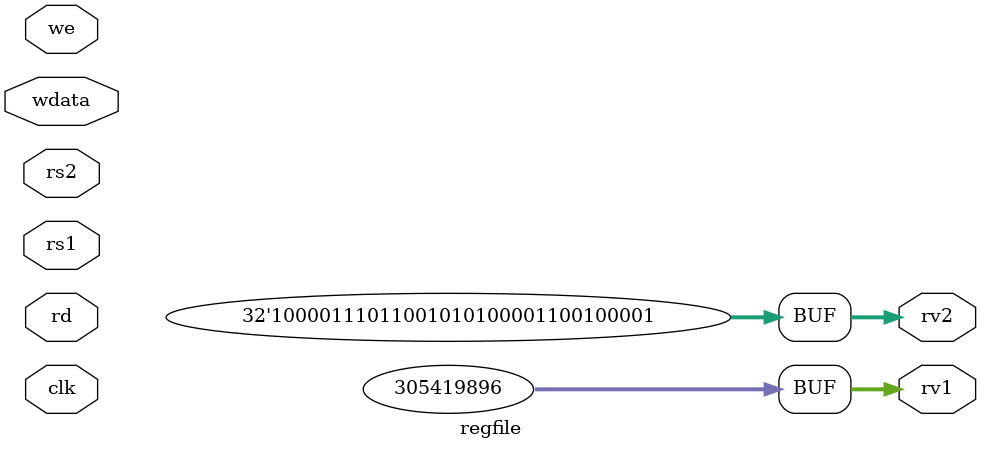
<source format=v>
module regfile(
    input [4:0] rs1,     // address of first operand to read - 5 bits
    input [4:0] rs2,     // address of second operand
    input [4:0] rd,      // address of value to write
    input we,            // should write update occur
    input [31:0] wdata,  // value to be written
    output [31:0] rv1,   // First read value
    output [31:0] rv2,   // Second read value
    input clk            // Clock signal - all changes at clock posedge
);
    // Desired function
    // rv1, rv2 are combinational outputs - they will update whenever rs1, rs2 change
    // on clock edge, if we=1, regfile entry for rd will be updated

    assign rv1 = 'h12345678;
    assign rv2 = 'h87654321;


endmodule
</source>
